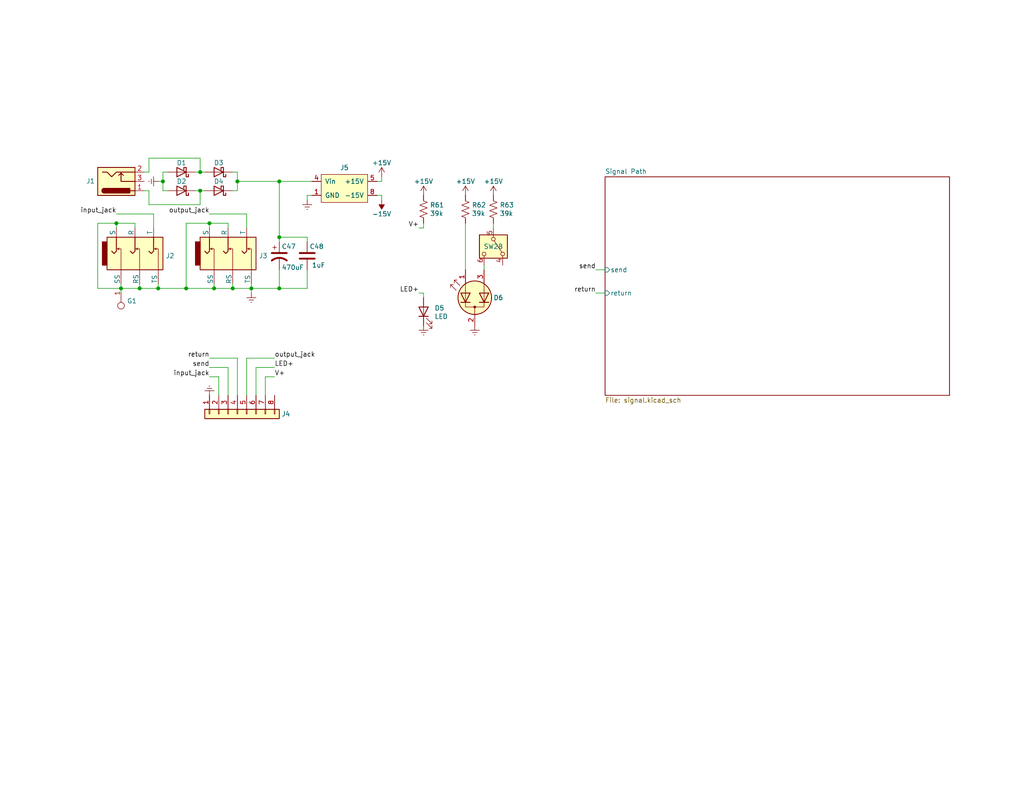
<source format=kicad_sch>
(kicad_sch (version 20230121) (generator eeschema)
  (paper "USLetter")
  (title_block (title "Sea Eagle Distortion") (date "2024-02-02") (rev "1.1.0") (company "Bennett Custom Audio"))
  (lib_symbols
    (symbol "Connector:Barrel_Jack_Switch" (pin_names hide)
      (property "Reference" "J" (at 0 5.334 0))
      (property "Value" "Barrel_Jack_Switch" (at 0 -5.08 0))
      (symbol "Barrel_Jack_Switch_0_1"
        (rectangle (start -5.08 3.81) (end 5.08 -3.81) (stroke (width 0.254)) (fill (type background)))
        (arc (start -3.302 3.175) (mid -3.9343 2.54) (end -3.302 1.905) (stroke (width 0.254)))
        (arc (start -3.302 3.175) (mid -3.9343 2.54) (end -3.302 1.905) (stroke (width 0.254)) (fill (type outline)))
        (polyline (pts (xy 1.27 -2.286) (xy 1.905 -1.651)) (stroke (width 0.254)))
        (polyline (pts (xy 5.08 2.54) (xy 3.81 2.54)) (stroke (width 0.254)))
        (polyline (pts (xy 5.08 0) (xy 1.27 0) (xy 1.27 -2.286) (xy 0.635 -1.651)) (stroke (width 0.254)))
        (polyline (pts (xy -3.81 -2.54) (xy -2.54 -2.54) (xy -1.27 -1.27) (xy 0 -2.54) (xy 2.54 -2.54) (xy 5.08 -2.54)) (stroke (width 0.254)))
        (rectangle (start 3.683 3.175) (end -3.302 1.905) (stroke (width 0.254)) (fill (type outline)))
      )
      (symbol "Barrel_Jack_Switch_1_1"
        (pin passive line (at 7.62 2.54 180) (length 2.54) (name "~") (number "1"))
        (pin passive line (at 7.62 -2.54 180) (length 2.54) (name "~") (number "2"))
        (pin passive line (at 7.62 0 180) (length 2.54) (name "~") (number "3"))
      )
    )
    (symbol "Connector_Generic:Conn_01x08" (pin_names (offset 1.016) hide)
      (property "Reference" "J" (at 0 10.16 0))
      (property "Value" "Conn_01x08" (at 0 -12.7 0))
      (symbol "Conn_01x08_1_1"
        (rectangle (start -1.27 -10.033) (end 0 -10.287) (stroke (width 0.1524)))
        (rectangle (start -1.27 -7.493) (end 0 -7.747) (stroke (width 0.1524)))
        (rectangle (start -1.27 -4.953) (end 0 -5.207) (stroke (width 0.1524)))
        (rectangle (start -1.27 -2.413) (end 0 -2.667) (stroke (width 0.1524)))
        (rectangle (start -1.27 0.127) (end 0 -0.127) (stroke (width 0.1524)))
        (rectangle (start -1.27 2.667) (end 0 2.413) (stroke (width 0.1524)))
        (rectangle (start -1.27 5.207) (end 0 4.953) (stroke (width 0.1524)))
        (rectangle (start -1.27 7.747) (end 0 7.493) (stroke (width 0.1524)))
        (rectangle (start -1.27 8.89) (end 1.27 -11.43) (stroke (width 0.254)) (fill (type background)))
        (pin passive line (at -5.08 7.62 0) (length 3.81) (name "Pin_1") (number "1"))
        (pin passive line (at -5.08 5.08 0) (length 3.81) (name "Pin_2") (number "2"))
        (pin passive line (at -5.08 2.54 0) (length 3.81) (name "Pin_3") (number "3"))
        (pin passive line (at -5.08 0 0) (length 3.81) (name "Pin_4") (number "4"))
        (pin passive line (at -5.08 -2.54 0) (length 3.81) (name "Pin_5") (number "5"))
        (pin passive line (at -5.08 -5.08 0) (length 3.81) (name "Pin_6") (number "6"))
        (pin passive line (at -5.08 -7.62 0) (length 3.81) (name "Pin_7") (number "7"))
        (pin passive line (at -5.08 -10.16 0) (length 3.81) (name "Pin_8") (number "8"))
      )
    )
    (symbol "Device:D_Schottky" (pin_numbers hide) (pin_names (offset 1.016) hide)
      (property "Reference" "D" (at 0 2.54 0))
      (property "Value" "D_Schottky" (at 0 -2.54 0))
      (symbol "D_Schottky_0_1"
        (polyline (pts (xy 1.27 0) (xy -1.27 0)))
        (polyline (pts (xy 1.27 1.27) (xy 1.27 -1.27) (xy -1.27 0) (xy 1.27 1.27)) (stroke (width 0.254)))
        (polyline (pts (xy -1.905 0.635) (xy -1.905 1.27) (xy -1.27 1.27) (xy -1.27 -1.27) (xy -0.635 -1.27) (xy -0.635 -0.635)) (stroke (width 0.254)))
      )
      (symbol "D_Schottky_1_1"
        (pin passive line (at -3.81 0 0) (length 2.54) (name "K") (number "1"))
        (pin passive line (at 3.81 0 180) (length 2.54) (name "A") (number "2"))
      )
    )
    (symbol "Device:LED" (pin_numbers hide) (pin_names (offset 1.016) hide)
      (property "Reference" "D" (at 0 2.54 0))
      (property "Value" "LED" (at 0 -2.54 0))
      (symbol "LED_0_1"
        (polyline (pts (xy -1.27 -1.27) (xy -1.27 1.27)) (stroke (width 0.254)))
        (polyline (pts (xy -1.27 0) (xy 1.27 0)))
        (polyline (pts (xy 1.27 -1.27) (xy 1.27 1.27) (xy -1.27 0) (xy 1.27 -1.27)) (stroke (width 0.254)))
        (polyline (pts (xy -3.048 -0.762) (xy -4.572 -2.286) (xy -3.81 -2.286) (xy -4.572 -2.286) (xy -4.572 -1.524)))
        (polyline (pts (xy -1.778 -0.762) (xy -3.302 -2.286) (xy -2.54 -2.286) (xy -3.302 -2.286) (xy -3.302 -1.524)))
      )
      (symbol "LED_1_1"
        (pin passive line (at -3.81 0 0) (length 2.54) (name "K") (number "1"))
        (pin passive line (at 3.81 0 180) (length 2.54) (name "A") (number "2"))
      )
    )
    (symbol "Device:LED_Dual_AKA" (pin_names (offset 0) hide)
      (property "Reference" "D" (at 0 5.715 0))
      (property "Value" "LED_Dual_AKA" (at 0 -6.35 0))
      (symbol "LED_Dual_AKA_0_1"
        (circle (center -2.54 0) (radius 0.2794) (fill (type outline)))
        (polyline (pts (xy -4.572 0) (xy -2.54 0)))
        (polyline (pts (xy -1.27 -1.27) (xy -1.27 -3.81)) (stroke (width 0.254)))
        (polyline (pts (xy -1.27 1.27) (xy -1.27 3.81)) (stroke (width 0.254)))
        (polyline (pts (xy 3.81 -2.54) (xy 1.905 -2.54)))
        (polyline (pts (xy 3.81 2.54) (xy 1.905 2.54)))
        (polyline (pts (xy 1.27 -3.81) (xy 1.27 -1.27) (xy -1.27 -2.54) (xy 1.27 -3.81)) (stroke (width 0.254)))
        (polyline (pts (xy 1.27 1.27) (xy 1.27 3.81) (xy -1.27 2.54) (xy 1.27 1.27)) (stroke (width 0.254)))
        (polyline (pts (xy 2.032 2.54) (xy -2.54 2.54) (xy -2.54 -2.54) (xy 2.032 -2.54)))
        (polyline (pts (xy 2.032 5.08) (xy 3.556 6.604) (xy 2.794 6.604) (xy 3.556 6.604) (xy 3.556 5.842)))
        (polyline (pts (xy 3.302 4.064) (xy 4.826 5.588) (xy 4.064 5.588) (xy 4.826 5.588) (xy 4.826 4.826)))
        (circle (center 0 0) (radius 4.572) (stroke (width 0.254)) (fill (type background)))
      )
      (symbol "LED_Dual_AKA_1_1"
        (pin input line (at 7.62 2.54 180) (length 3.81) (name "A1") (number "1"))
        (pin input line (at -7.62 0 0) (length 3.048) (name "K") (number "2"))
        (pin input line (at 7.62 -2.54 180) (length 3.81) (name "A2") (number "3"))
      )
    )
    (symbol "Switch:SW_DPDT_x2" (pin_names (offset 0) hide)
      (property "Reference" "SW" (at 0 5.08 0))
      (property "Value" "SW_DPDT_x2" (at 0 -5.08 0))
      (symbol "SW_DPDT_x2_0_0"
        (circle (center -2.032 0) (radius 0.508))
        (circle (center 2.032 -2.54) (radius 0.508))
      )
      (symbol "SW_DPDT_x2_0_1"
        (rectangle (start -3.175 3.81) (end 3.175 -3.81) (stroke (width 0.254)) (fill (type background)))
        (polyline (pts (xy -1.524 0.254) (xy 1.5748 2.286)))
        (circle (center 2.032 2.54) (radius 0.508))
      )
      (symbol "SW_DPDT_x2_1_1"
        (pin passive line (at 5.08 2.54 180) (length 2.54) (name "A") (number "1"))
        (pin passive line (at -5.08 0 0) (length 2.54) (name "B") (number "2"))
        (pin passive line (at 5.08 -2.54 180) (length 2.54) (name "C") (number "3"))
      )
      (symbol "SW_DPDT_x2_2_1"
        (pin passive line (at 5.08 2.54 180) (length 2.54) (name "A") (number "4"))
        (pin passive line (at -5.08 0 0) (length 2.54) (name "B") (number "5"))
        (pin passive line (at 5.08 -2.54 180) (length 2.54) (name "C") (number "6"))
      )
    )
    (symbol "bca-symbols:AudioJack_TRS" (pin_numbers hide) (pin_names (offset 0))
      (property "Reference" "J" (at -10.16 0 0))
      (symbol "AudioJack_TRS_0_1"
        (rectangle (start -8.89 3.81) (end -7.62 -2.54) (stroke (width 0.254)) (fill (type outline)))
        (rectangle (start -7.62 5.08) (end 7.62 -3.81) (stroke (width 0.254)) (fill (type background)))
        (polyline (pts (xy -4.826 1.905) (xy -4.318 1.651)))
        (polyline (pts (xy 0.254 1.905) (xy 0.762 1.651)))
        (polyline (pts (xy 5.334 1.905) (xy 5.842 1.651)))
        (polyline (pts (xy -5.08 5.08) (xy -5.08 1.27) (xy -5.715 0.635) (xy -6.35 1.27)) (stroke (width 0.254)))
        (polyline (pts (xy -3.81 -5.08) (xy -3.81 1.905) (xy -4.826 1.905) (xy -4.318 2.159)))
        (polyline (pts (xy -1.27 1.27) (xy -0.635 0.635) (xy 0 1.27) (xy 0 5.08)) (stroke (width 0.254)))
        (polyline (pts (xy 1.27 -5.08) (xy 1.27 1.905) (xy 0.254 1.905) (xy 0.762 2.159)))
        (polyline (pts (xy 3.81 1.27) (xy 4.445 0.635) (xy 5.08 1.27) (xy 5.08 5.08)) (stroke (width 0.254)))
        (polyline (pts (xy 6.35 -5.08) (xy 6.35 1.905) (xy 5.334 1.905) (xy 5.842 2.159)))
      )
      (symbol "AudioJack_TRS_1_1"
        (pin passive line (at 5.08 7.62 270) (length 2.54) (name "T") (number "1"))
        (pin passive line (at 0 7.62 270) (length 2.54) (name "R") (number "2"))
        (pin passive line (at -5.08 7.62 270) (length 2.54) (name "S") (number "3"))
        (pin passive line (at 6.35 -7.62 90) (length 2.54) (name "TS") (number "4"))
        (pin passive line (at 1.27 -7.62 90) (length 2.54) (name "RS") (number "5"))
        (pin passive line (at -3.81 -7.62 90) (length 2.54) (name "SS") (number "6"))
      )
    )
    (symbol "bca-symbols:CP_Power" (pin_numbers hide) (pin_names (offset 0.254) hide)
      (property "Reference" "C" (at 0.635 2.54 0))
      (property "Value" "CP_Power" (at 0.635 -2.54 0))
      (symbol "CP_Power_0_1"
        (polyline (pts (xy -2.032 0.762) (xy 2.032 0.762)) (stroke (width 0.508)))
        (polyline (pts (xy -1.778 2.286) (xy -0.762 2.286)))
        (polyline (pts (xy -1.27 1.778) (xy -1.27 2.794)))
        (arc (start 2.032 -1.27) (mid 0 -0.5572) (end -2.032 -1.27) (stroke (width 0.508)))
      )
      (symbol "CP_Power_1_1"
        (pin passive line (at 0 3.81 270) (length 2.794) (name "~") (number "1"))
        (pin passive line (at 0 -3.81 90) (length 3.302) (name "~") (number "2"))
      )
    )
    (symbol "bca-symbols:C_Ceramic" (pin_numbers hide) (pin_names (offset 0.254))
      (property "Reference" "C" (at 0.635 2.54 0))
      (property "Value" "C_Ceramic" (at 0.635 -2.54 0))
      (symbol "C_Ceramic_0_1"
        (polyline (pts (xy -2.032 -0.762) (xy 2.032 -0.762)) (stroke (width 0.508)))
        (polyline (pts (xy -2.032 0.762) (xy 2.032 0.762)) (stroke (width 0.508)))
      )
      (symbol "C_Ceramic_1_1"
        (pin passive line (at 0 3.81 270) (length 2.794) (name "~") (number "1"))
        (pin passive line (at 0 -3.81 90) (length 2.794) (name "~") (number "2"))
      )
    )
    (symbol "bca-symbols:GNDSpring" (pin_names (offset 1.016))
      (property "Reference" "G" (at 0 -6.35 0))
      (symbol "GNDSpring_0_1"
        (circle (center 0 -3.4544) (radius 0.9144))
        (polyline (pts (xy 0 0) (xy 0 -2.54)))
      )
      (symbol "GNDSpring_1_1"
        (pin passive line (at 0 0 90) (length 0) (name "") (number "1"))
      )
    )
    (symbol "bca-symbols:R" (pin_numbers hide) (pin_names (offset 0))
      (property "Reference" "R" (at 0 2.032 0))
      (property "Value" "R" (at 0 -2.54 0))
      (symbol "R_1_1"
        (polyline (pts (xy -2.286 0) (xy -2.54 0)))
        (polyline (pts (xy 2.286 0) (xy 2.54 0)))
        (polyline (pts (xy -2.286 0) (xy -1.905 1.016) (xy -1.524 0) (xy -1.143 -1.016) (xy -0.762 0)))
        (polyline (pts (xy -0.762 0) (xy -0.381 1.016) (xy 0 0) (xy 0.381 -1.016) (xy 0.762 0)))
        (polyline (pts (xy 0.762 0) (xy 1.143 1.016) (xy 1.524 0) (xy 1.905 -1.016) (xy 2.286 0)))
        (pin passive line (at -3.81 0 0) (length 1.27) (name "~") (number "1"))
        (pin passive line (at 3.81 0 180) (length 1.27) (name "~") (number "2"))
      )
    )
    (symbol "bca-symbols:power-module" (pin_names (offset 1.016))
      (property "Reference" "J" (at 0 5.08 0))
      (symbol "power-module_0_1"
        (rectangle (start -6.35 3.81) (end 6.35 -3.81) (fill (type background)))
      )
      (symbol "power-module_1_1"
        (pin power_out line (at -8.89 -1.905 0) (length 2.54) (name "GND") (number "1"))
        (pin passive line (at -8.89 1.905 0) (length 2.54) (name "Vin") (number "4"))
        (pin power_out line (at 8.89 1.905 180) (length 2.54) (name "+15V") (number "5"))
        (pin power_out line (at 8.89 -1.905 180) (length 2.54) (name "-15V") (number "8"))
      )
    )
    (symbol "power:+15V" (power) (pin_names (offset 0))
      (property "Value" "+15V" (at 0 3.556 0))
      (symbol "+15V_0_1"
        (polyline (pts (xy -0.762 1.27) (xy 0 2.54)))
        (polyline (pts (xy 0 0) (xy 0 2.54)))
        (polyline (pts (xy 0 2.54) (xy 0.762 1.27)))
      )
      (symbol "+15V_1_1"
        (pin power_in line (at 0 0 90) (length 0) hide (name "+15V") (number "1"))
      )
    )
    (symbol "power:-15V" (power) (pin_names (offset 0))
      (property "Value" "-15V" (at 0 3.81 0))
      (symbol "-15V_0_0"
        (pin power_in line (at 0 0 90) (length 0) hide (name "-15V") (number "1"))
      )
      (symbol "-15V_0_1"
        (polyline (pts (xy 0 0) (xy 0 1.27) (xy 0.762 1.27) (xy 0 2.54) (xy -0.762 1.27) (xy 0 1.27)) (fill (type outline)))
      )
    )
    (symbol "power:Earth" (power) (pin_names (offset 0))
      (symbol "Earth_0_1"
        (polyline (pts (xy -0.635 -1.905) (xy 0.635 -1.905)))
        (polyline (pts (xy -0.127 -2.54) (xy 0.127 -2.54)))
        (polyline (pts (xy 0 -1.27) (xy 0 0)))
        (polyline (pts (xy 1.27 -1.27) (xy -1.27 -1.27)))
      )
      (symbol "Earth_1_1"
        (pin power_in line (at 0 0 270) (length 0) hide (name "Earth") (number "1"))
      )
    )
  )
  (junction (at 63.5 78.74))
  (junction (at 57.15 60.96))
  (junction (at 76.2 78.74))
  (junction (at 68.58 78.74))
  (junction (at 58.42 78.74))
  (junction (at 31.75 60.96))
  (junction (at 33.02 78.74))
  (junction (at 54.61 52.07))
  (junction (at 44.45 49.53))
  (junction (at 50.8 78.74))
  (junction (at 64.77 49.53))
  (junction (at 54.61 46.99))
  (junction (at 76.2 64.77))
  (junction (at 43.18 78.74))
  (junction (at 76.2 49.53))
  (junction (at 38.1 78.74))
  (wire (pts (xy 39.37 46.99) (xy 40.64 46.99)))
  (wire (pts (xy 50.8 60.96) (xy 57.15 60.96)))
  (wire (pts (xy 83.82 78.74) (xy 76.2 78.74)))
  (wire (pts (xy 76.2 66.04) (xy 76.2 64.77)))
  (wire (pts (xy 44.45 49.53) (xy 44.45 52.07)))
  (wire (pts (xy 62.23 60.96) (xy 62.23 62.23)))
  (wire (pts (xy 53.34 46.99) (xy 54.61 46.99)))
  (wire (pts (xy 55.88 52.07) (xy 54.61 52.07)))
  (wire (pts (xy 68.58 80.01) (xy 68.58 78.74)))
  (wire (pts (xy 57.15 100.33) (xy 62.23 100.33)))
  (wire (pts (xy 104.14 49.53) (xy 102.87 49.53)))
  (wire (pts (xy 50.8 78.74) (xy 50.8 60.96)))
  (wire (pts (xy 69.85 107.95) (xy 69.85 100.33)))
  (wire (pts (xy 104.14 48.26) (xy 104.14 49.53)))
  (wire (pts (xy 67.31 58.42) (xy 67.31 62.23)))
  (wire (pts (xy 76.2 49.53) (xy 85.09 49.53)))
  (wire (pts (xy 64.77 52.07) (xy 64.77 49.53)))
  (wire (pts (xy 69.85 100.33) (xy 74.93 100.33)))
  (wire (pts (xy 162.56 80.01) (xy 165.1 80.01)))
  (wire (pts (xy 83.82 73.66) (xy 83.82 78.74)))
  (wire (pts (xy 57.15 60.96) (xy 62.23 60.96)))
  (wire (pts (xy 43.18 77.47) (xy 43.18 78.74)))
  (wire (pts (xy 162.56 73.66) (xy 165.1 73.66)))
  (wire (pts (xy 64.77 49.53) (xy 76.2 49.53)))
  (wire (pts (xy 31.75 62.23) (xy 31.75 60.96)))
  (wire (pts (xy 50.8 78.74) (xy 58.42 78.74)))
  (wire (pts (xy 54.61 55.88) (xy 54.61 52.07)))
  (wire (pts (xy 63.5 46.99) (xy 64.77 46.99)))
  (wire (pts (xy 26.67 60.96) (xy 31.75 60.96)))
  (wire (pts (xy 40.64 55.88) (xy 54.61 55.88)))
  (wire (pts (xy 85.09 53.34) (xy 83.82 53.34)))
  (wire (pts (xy 41.91 58.42) (xy 41.91 62.23)))
  (wire (pts (xy 132.08 72.39) (xy 132.08 73.66)))
  (wire (pts (xy 115.57 80.01) (xy 115.57 81.28)))
  (wire (pts (xy 36.83 62.23) (xy 36.83 60.96)))
  (wire (pts (xy 57.15 58.42) (xy 67.31 58.42)))
  (wire (pts (xy 57.15 97.79) (xy 64.77 97.79)))
  (wire (pts (xy 83.82 64.77) (xy 76.2 64.77)))
  (wire (pts (xy 83.82 66.04) (xy 83.82 64.77)))
  (wire (pts (xy 43.18 78.74) (xy 38.1 78.74)))
  (wire (pts (xy 38.1 77.47) (xy 38.1 78.74)))
  (wire (pts (xy 40.64 52.07) (xy 40.64 55.88)))
  (wire (pts (xy 50.8 78.74) (xy 43.18 78.74)))
  (wire (pts (xy 57.15 62.23) (xy 57.15 60.96)))
  (wire (pts (xy 38.1 78.74) (xy 33.02 78.74)))
  (wire (pts (xy 58.42 77.47) (xy 58.42 78.74)))
  (wire (pts (xy 39.37 52.07) (xy 40.64 52.07)))
  (wire (pts (xy 76.2 73.66) (xy 76.2 78.74)))
  (wire (pts (xy 64.77 97.79) (xy 64.77 107.95)))
  (wire (pts (xy 43.18 49.53) (xy 44.45 49.53)))
  (wire (pts (xy 72.39 107.95) (xy 72.39 102.87)))
  (wire (pts (xy 63.5 77.47) (xy 63.5 78.74)))
  (wire (pts (xy 59.69 107.95) (xy 59.69 102.87)))
  (wire (pts (xy 76.2 64.77) (xy 76.2 49.53)))
  (wire (pts (xy 67.31 97.79) (xy 74.93 97.79)))
  (wire (pts (xy 54.61 52.07) (xy 53.34 52.07)))
  (wire (pts (xy 83.82 54.61) (xy 83.82 53.34)))
  (wire (pts (xy 104.14 53.34) (xy 102.87 53.34)))
  (wire (pts (xy 72.39 102.87) (xy 74.93 102.87)))
  (wire (pts (xy 134.62 62.23) (xy 134.62 60.96)))
  (wire (pts (xy 67.31 97.79) (xy 67.31 107.95)))
  (wire (pts (xy 127 60.96) (xy 127 73.66)))
  (wire (pts (xy 68.58 77.47) (xy 68.58 78.74)))
  (wire (pts (xy 44.45 52.07) (xy 45.72 52.07)))
  (wire (pts (xy 63.5 52.07) (xy 64.77 52.07)))
  (wire (pts (xy 45.72 46.99) (xy 44.45 46.99)))
  (wire (pts (xy 62.23 100.33) (xy 62.23 107.95)))
  (wire (pts (xy 104.14 54.61) (xy 104.14 53.34)))
  (wire (pts (xy 33.02 77.47) (xy 33.02 78.74)))
  (wire (pts (xy 68.58 78.74) (xy 76.2 78.74)))
  (wire (pts (xy 36.83 60.96) (xy 31.75 60.96)))
  (wire (pts (xy 54.61 46.99) (xy 55.88 46.99)))
  (wire (pts (xy 59.69 102.87) (xy 57.15 102.87)))
  (wire (pts (xy 58.42 78.74) (xy 63.5 78.74)))
  (wire (pts (xy 64.77 49.53) (xy 64.77 46.99)))
  (wire (pts (xy 40.64 43.18) (xy 54.61 43.18)))
  (wire (pts (xy 40.64 46.99) (xy 40.64 43.18)))
  (wire (pts (xy 26.67 78.74) (xy 26.67 60.96)))
  (wire (pts (xy 54.61 43.18) (xy 54.61 46.99)))
  (wire (pts (xy 63.5 78.74) (xy 68.58 78.74)))
  (wire (pts (xy 114.3 62.23) (xy 115.57 62.23)))
  (wire (pts (xy 33.02 78.74) (xy 33.02 80.01)))
  (wire (pts (xy 31.75 58.42) (xy 41.91 58.42)))
  (wire (pts (xy 26.67 78.74) (xy 33.02 78.74)))
  (wire (pts (xy 115.57 62.23) (xy 115.57 60.96)))
  (wire (pts (xy 114.3 80.01) (xy 115.57 80.01)))
  (wire (pts (xy 44.45 46.99) (xy 44.45 49.53)))
  (label "send" (at 57.15 100.33 180))
  (label "LED+" (at 114.3 80.01 180))
  (label "send" (at 162.56 73.66 180))
  (label "input_jack" (at 31.75 58.42 180))
  (label "output_jack" (at 57.15 58.42 180))
  (label "V+" (at 114.3 62.23 180))
  (label "output_jack" (at 74.93 97.79 0))
  (label "V+" (at 74.93 102.87 0))
  (label "return" (at 57.15 97.79 180))
  (label "return" (at 162.56 80.01 180))
  (label "LED+" (at 74.93 100.33 0))
  (label "input_jack" (at 57.15 102.87 180))
  (symbol (lib_id "Device:D_Schottky") (at 59.69 46.99 180) (unit 1)
    (property "Reference" "D3" (at 59.69 44.45 0))
    (property "Value" "1N5819" (effects hide))
    (property "Footprint" "Diode_SMD:D_SOD-123" (effects hide))
  )
  (symbol (lib_id "power:Earth") (at 129.54 88.9 0) (unit 1)
    (property "Reference" "#PWR068" (effects hide))
    (property "Value" "Earth" (effects hide))
  )
  (symbol (lib_id "Device:D_Schottky") (at 49.53 46.99 180) (unit 1)
    (property "Reference" "D1" (at 49.53 44.45 0))
    (property "Value" "1N5819" (effects hide))
    (property "Footprint" "Diode_SMD:D_SOD-123" (effects hide))
  )
  (symbol (lib_id "bca-symbols:R") (at 127 57.15 270) (unit 1)
    (property "Reference" "R62" (at 128.7272 55.9816 90) (effects (justify left)))
    (property "Value" "39k" (at 128.7272 58.293 90) (effects (justify left)))
    (property "Footprint" "bca-footprints:R_L3.6mm_D1.6mm_P5.00mm_Horizontal" (effects hide))
  )
  (symbol (lib_id "Device:D_Schottky") (at 49.53 52.07 180) (unit 1)
    (property "Reference" "D2" (at 49.53 49.53 0))
    (property "Value" "1N5819" (effects hide))
    (property "Footprint" "Diode_SMD:D_SOD-123" (effects hide))
  )
  (symbol (lib_id "power:Earth") (at 43.18 49.53 270) (unit 1)
    (property "Reference" "#PWR059" (effects hide))
    (property "Value" "Earth" (effects hide))
  )
  (symbol (lib_id "power:Earth") (at 115.57 88.9 0) (unit 1)
    (property "Reference" "#PWR066" (effects hide))
    (property "Value" "Earth" (effects hide))
  )
  (symbol (lib_id "Connector_Generic:Conn_01x08") (at 64.77 113.03 90) (mirror x) (unit 1)
    (property "Reference" "J4" (at 76.835 113.03 90) (effects (justify right)))
    (property "Value" "Conn_01x08" (effects hide))
    (property "Footprint" "bca-footprints:Pin_Header_Straight_1x08_Pitch2.54mm" (effects hide))
  )
  (symbol (lib_id "bca-symbols:R") (at 134.62 57.15 270) (unit 1)
    (property "Reference" "R63" (at 136.3472 55.9816 90) (effects (justify left)))
    (property "Value" "39k" (at 136.3472 58.293 90) (effects (justify left)))
    (property "Footprint" "bca-footprints:R_L3.6mm_D1.6mm_P5.00mm_Horizontal" (effects hide))
  )
  (symbol (lib_id "Connector:Barrel_Jack_Switch") (at 31.75 49.53 0) (mirror x) (unit 1)
    (property "Reference" "J1" (at 25.908 49.4284 0) (effects (justify right)))
    (property "Value" "Barrel_Jack_Switch" (effects hide))
    (property "Footprint" "bca-footprints:DC_Jack_DC005" (effects hide))
  )
  (symbol (lib_id "power:Earth") (at 68.58 80.01 0) (unit 1)
    (property "Reference" "#PWR061" (effects hide))
    (property "Value" "Earth" (effects hide))
  )
  (symbol (lib_id "Device:LED_Dual_AKA") (at 129.54 81.28 90) (unit 1)
    (property "Reference" "D6" (at 134.62 81.28 90) (effects (justify right)))
    (property "Value" "LED_Dual_AAK" (effects hide))
    (property "Footprint" "bca-footprints:LED_D5.0mm-3" (effects hide))
  )
  (symbol (lib_id "Device:D_Schottky") (at 59.69 52.07 180) (unit 1)
    (property "Reference" "D4" (at 59.69 49.53 0))
    (property "Value" "1N5819" (effects hide))
    (property "Footprint" "Diode_SMD:D_SOD-123" (effects hide))
  )
  (symbol (lib_id "bca-symbols:AudioJack_TRS") (at 62.23 69.85 0) (unit 1)
    (property "Reference" "J3" (at 70.612 69.85 0) (effects (justify left)))
    (property "Value" "AudioJack_TRS" (effects hide))
    (property "Footprint" "bca-footprints:Rean_NYS215" (effects hide))
  )
  (symbol (lib_id "bca-symbols:AudioJack_TRS") (at 36.83 69.85 0) (unit 1)
    (property "Reference" "J2" (at 45.212 69.85 0) (effects (justify left)))
    (property "Value" "AudioJack_TRS" (effects hide))
    (property "Footprint" "bca-footprints:Rean_NYS215" (effects hide))
  )
  (symbol (lib_id "bca-symbols:C_Ceramic") (at 83.82 69.85 0) (unit 1)
    (property "Reference" "C48" (at 84.455 67.31 0) (effects (justify left)))
    (property "Value" "1uF" (at 85.09 72.39 0) (effects (justify left)))
    (property "Footprint" "Capacitor_SMD:C_0805_2012Metric_Pad1.18x1.45mm_HandSolder" (effects hide))
  )
  (symbol (lib_id "bca-symbols:power-module") (at 93.98 51.435 0) (unit 1)
    (property "Reference" "J5" (at 93.98 45.7708 0))
    (property "Value" "power-module" (effects hide))
    (property "Footprint" "bca-footprints:Power-module" (effects hide))
  )
  (symbol (lib_id "power:+15V") (at 115.57 53.34 0) (unit 1)
    (property "Reference" "#PWR065" (effects hide))
    (property "Value" "+15V" (at 115.57 49.53 0))
  )
  (symbol (lib_id "power:+15V") (at 127 53.34 0) (unit 1)
    (property "Reference" "#PWR067" (effects hide))
    (property "Value" "+15V" (at 127 49.53 0))
  )
  (symbol (lib_id "power:Earth") (at 83.82 54.61 0) (unit 1)
    (property "Reference" "#PWR062" (effects hide))
    (property "Value" "Earth" (effects hide))
  )
  (symbol (lib_id "power:Earth") (at 57.15 107.95 180) (unit 1)
    (property "Reference" "#PWR060" (effects hide))
    (property "Value" "Earth" (effects hide))
  )
  (symbol (lib_id "Device:LED") (at 115.57 85.09 90) (unit 1)
    (property "Reference" "D5" (at 118.5672 84.0994 90) (effects (justify right)))
    (property "Value" "LED" (at 118.5672 86.4108 90) (effects (justify right)))
    (property "Footprint" "bca-footprints:LED_D5.0mm" (effects hide))
  )
  (symbol (lib_id "bca-symbols:R") (at 115.57 57.15 270) (unit 1)
    (property "Reference" "R61" (at 117.2972 55.9816 90) (effects (justify left)))
    (property "Value" "39k" (at 117.2972 58.293 90) (effects (justify left)))
    (property "Footprint" "bca-footprints:R_L3.6mm_D1.6mm_P5.00mm_Horizontal" (effects hide))
  )
  (symbol (lib_id "power:+15V") (at 104.14 48.26 0) (unit 1)
    (property "Reference" "#PWR063" (effects hide))
    (property "Value" "+15V" (at 104.14 44.45 0))
  )
  (symbol (lib_id "Switch:SW_DPDT_x2") (at 134.62 67.31 270) (unit 2)
    (property "Reference" "SW2" (at 134.62 67.31 90))
    (property "Value" "SW_DPDT_x2" (effects hide))
    (property "Footprint" "bca-footprints:Pin_Header_Straight_1x06_Pitch2.54mm" (effects hide))
  )
  (symbol (lib_id "power:-15V") (at 104.14 54.61 180) (unit 1)
    (property "Reference" "#PWR064" (effects hide))
    (property "Value" "-15V" (at 104.14 58.42 0))
  )
  (symbol (lib_id "bca-symbols:GNDSpring") (at 33.02 80.01 0) (unit 1)
    (property "Reference" "G1" (at 34.6456 82.169 0) (effects (justify left)))
    (property "Value" "GNDSpring" (effects hide))
    (property "Footprint" "bca-footprints:Keystone_628" (effects hide))
  )
  (symbol (lib_id "bca-symbols:CP_Power") (at 76.2 69.85 0) (unit 1)
    (property "Reference" "C47" (at 76.835 67.31 0) (effects (justify left)))
    (property "Value" "470uF" (at 76.835 73.025 0) (effects (justify left)))
    (property "Footprint" "Capacitor_THT:CP_Radial_D8.0mm_P3.50mm" (effects hide))
  )
  (symbol (lib_id "power:+15V") (at 134.62 53.34 0) (unit 1)
    (property "Reference" "#PWR069" (effects hide))
    (property "Value" "+15V" (at 134.62 49.53 0))
  )
  (sheet (at 165.1 48.26) (size 93.98 59.69)
    (property "Sheetname" "Signal Path" (at 165.1 47.5484 0) (effects (justify left bottom)))
    (property "Sheetfile" "signal.kicad_sch" (at 165.1 108.5346 0) (effects (justify left top)))
    (pin "send" input (at 165.1 73.66 180))
    (pin "return" input (at 165.1 80.01 180))
  )
)
</source>
